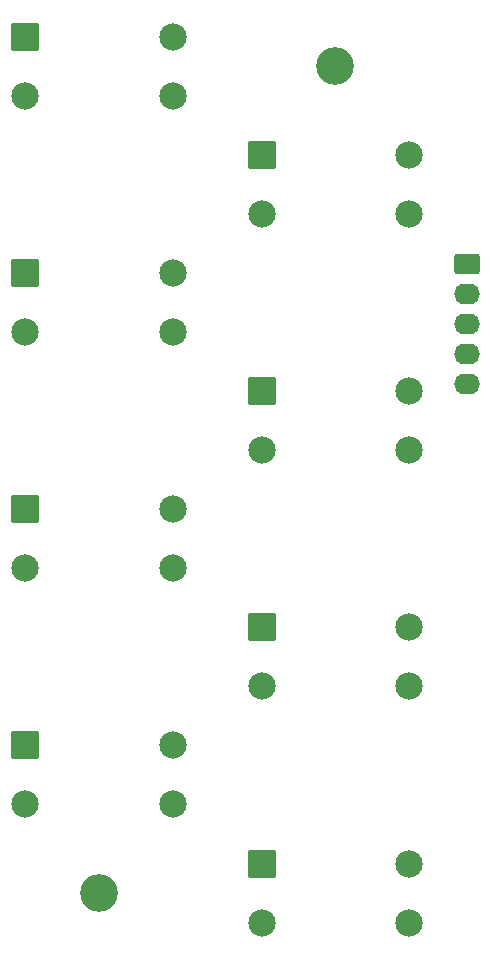
<source format=gbr>
G04 #@! TF.GenerationSoftware,KiCad,Pcbnew,8.0.8*
G04 #@! TF.CreationDate,2025-03-03T22:19:49-06:00*
G04 #@! TF.ProjectId,group13_buttons,67726f75-7031-4335-9f62-7574746f6e73,rev?*
G04 #@! TF.SameCoordinates,Original*
G04 #@! TF.FileFunction,Soldermask,Bot*
G04 #@! TF.FilePolarity,Negative*
%FSLAX46Y46*%
G04 Gerber Fmt 4.6, Leading zero omitted, Abs format (unit mm)*
G04 Created by KiCad (PCBNEW 8.0.8) date 2025-03-03 22:19:49*
%MOMM*%
%LPD*%
G01*
G04 APERTURE LIST*
G04 Aperture macros list*
%AMRoundRect*
0 Rectangle with rounded corners*
0 $1 Rounding radius*
0 $2 $3 $4 $5 $6 $7 $8 $9 X,Y pos of 4 corners*
0 Add a 4 corners polygon primitive as box body*
4,1,4,$2,$3,$4,$5,$6,$7,$8,$9,$2,$3,0*
0 Add four circle primitives for the rounded corners*
1,1,$1+$1,$2,$3*
1,1,$1+$1,$4,$5*
1,1,$1+$1,$6,$7*
1,1,$1+$1,$8,$9*
0 Add four rect primitives between the rounded corners*
20,1,$1+$1,$2,$3,$4,$5,0*
20,1,$1+$1,$4,$5,$6,$7,0*
20,1,$1+$1,$6,$7,$8,$9,0*
20,1,$1+$1,$8,$9,$2,$3,0*%
G04 Aperture macros list end*
%ADD10C,2.304000*%
%ADD11RoundRect,0.102000X-1.050000X-1.050000X1.050000X-1.050000X1.050000X1.050000X-1.050000X1.050000X0*%
%ADD12O,2.190000X1.740000*%
%ADD13RoundRect,0.250000X-0.845000X0.620000X-0.845000X-0.620000X0.845000X-0.620000X0.845000X0.620000X0*%
%ADD14C,3.200000*%
G04 APERTURE END LIST*
D10*
X173851000Y-192809000D03*
X161351000Y-192809000D03*
X173851000Y-187809000D03*
D11*
X161351000Y-187809000D03*
X161351000Y-167809000D03*
D10*
X173851000Y-167809000D03*
X161351000Y-172809000D03*
X173851000Y-172809000D03*
D11*
X161351000Y-147809000D03*
D10*
X173851000Y-147809000D03*
X161351000Y-152809000D03*
X173851000Y-152809000D03*
D11*
X161351000Y-127809000D03*
D10*
X173851000Y-127809000D03*
X161351000Y-132809000D03*
X173851000Y-132809000D03*
X153851000Y-182809000D03*
X141351000Y-182809000D03*
X153851000Y-177809000D03*
D11*
X141351000Y-177809000D03*
X141351000Y-157809000D03*
D10*
X153851000Y-157809000D03*
X141351000Y-162809000D03*
X153851000Y-162809000D03*
D11*
X141351000Y-137809000D03*
D10*
X153851000Y-137809000D03*
X141351000Y-142809000D03*
X153851000Y-142809000D03*
D11*
X141351000Y-117809000D03*
D10*
X153851000Y-117809000D03*
X141351000Y-122809000D03*
X153851000Y-122809000D03*
D12*
X178716000Y-147233000D03*
X178716000Y-144693000D03*
X178716000Y-142153000D03*
X178716000Y-139613000D03*
D13*
X178716000Y-137073000D03*
D14*
X147601000Y-190309000D03*
X167601000Y-120309000D03*
M02*

</source>
